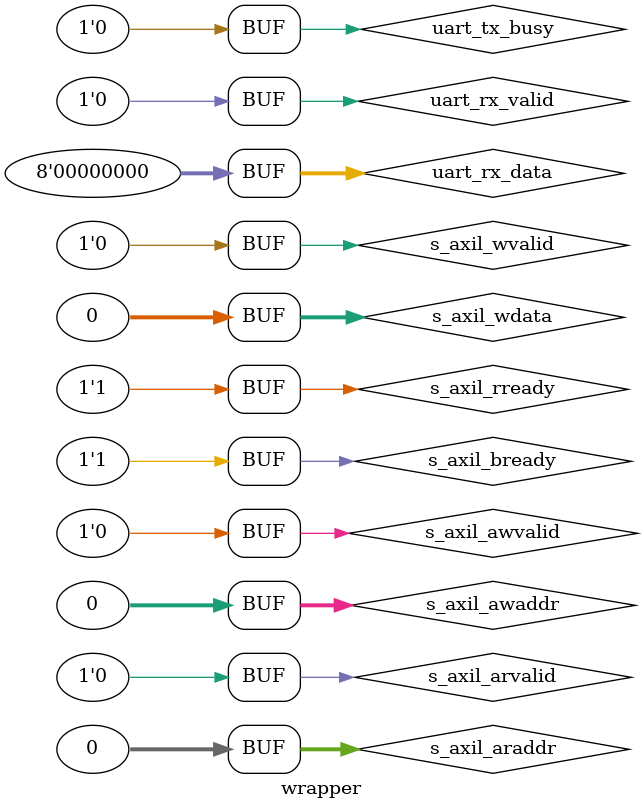
<source format=v>
`timescale 1ns / 1ps

module wrapper;

// Parameters
parameter ADDR_WIDTH = 32;
parameter DATA_WIDTH = 32;

// Clock and reset
reg clk;
reg rstn;

// AXI4-Lite Write Slave Interface
reg [ADDR_WIDTH-1:0] s_axil_awaddr;
reg s_axil_awvalid;
wire s_axil_awready;
reg [DATA_WIDTH-1:0] s_axil_wdata;
reg s_axil_wvalid;
wire s_axil_wready;
wire [1:0] s_axil_bresp;
wire s_axil_bvalid;
reg s_axil_bready;

// AXI4-Lite Read Slave Interface
reg [ADDR_WIDTH-1:0] s_axil_araddr;
reg s_axil_arvalid;
wire s_axil_arready;
wire [DATA_WIDTH-1:0] s_axil_rdata;
wire [1:0] s_axil_rresp;
wire s_axil_rvalid;
reg s_axil_rready;

// UART Interface
wire [7:0] uart_tx_data;
wire uart_tx_start;
reg [7:0] uart_rx_data;
reg uart_rx_valid;
reg uart_tx_busy;


// Initialize signals
initial begin
    // AXI Write signals
    s_axil_awaddr = 0;
    s_axil_awvalid = 0;
    s_axil_wdata = 0;
    s_axil_wvalid = 0;
    s_axil_bready = 1;
    
    // AXI Read signals
    s_axil_araddr = 0;
    s_axil_arvalid = 0;
    s_axil_rready = 1;
    
    // UART signals
    uart_rx_data = 0;
    uart_rx_valid = 0;
    uart_tx_busy = 0;
end

// VCD dump
initial begin
    $dumpfile("uart_axil_wrap.vcd");
    $dumpvars(0, wrapper);
end

// Instantiate the DUT (Device Under Test)
uart_axil_wrap #(
    .ADDR_WIDTH(ADDR_WIDTH),
    .DATA_WIDTH(DATA_WIDTH)
) dut (
    // Global Signals
    .clk(clk),
    .rstn(rstn),
    
    // AXI4-Lite Write Slave Interface
    .s_axil_awaddr(s_axil_awaddr),
    .s_axil_awvalid(s_axil_awvalid),
    .s_axil_awready(s_axil_awready),
    .s_axil_wdata(s_axil_wdata),
    .s_axil_wvalid(s_axil_wvalid),
    .s_axil_wready(s_axil_wready),
    .s_axil_bresp(s_axil_bresp),
    .s_axil_bvalid(s_axil_bvalid),
    .s_axil_bready(s_axil_bready),
    
    // AXI4-Lite Read Slave Interface
    .s_axil_araddr(s_axil_araddr),
    .s_axil_arvalid(s_axil_arvalid),
    .s_axil_arready(s_axil_arready),
    .s_axil_rdata(s_axil_rdata),
    .s_axil_rresp(s_axil_rresp),
    .s_axil_rvalid(s_axil_rvalid),
    .s_axil_rready(s_axil_rready),
    
    // UART Interface
    .uart_tx_data(uart_tx_data),
    .uart_tx_start(uart_tx_start),
    .uart_rx_data(uart_rx_data),
    .uart_rx_valid(uart_rx_valid),
    .uart_tx_busy(uart_tx_busy)
);

endmodule
</source>
